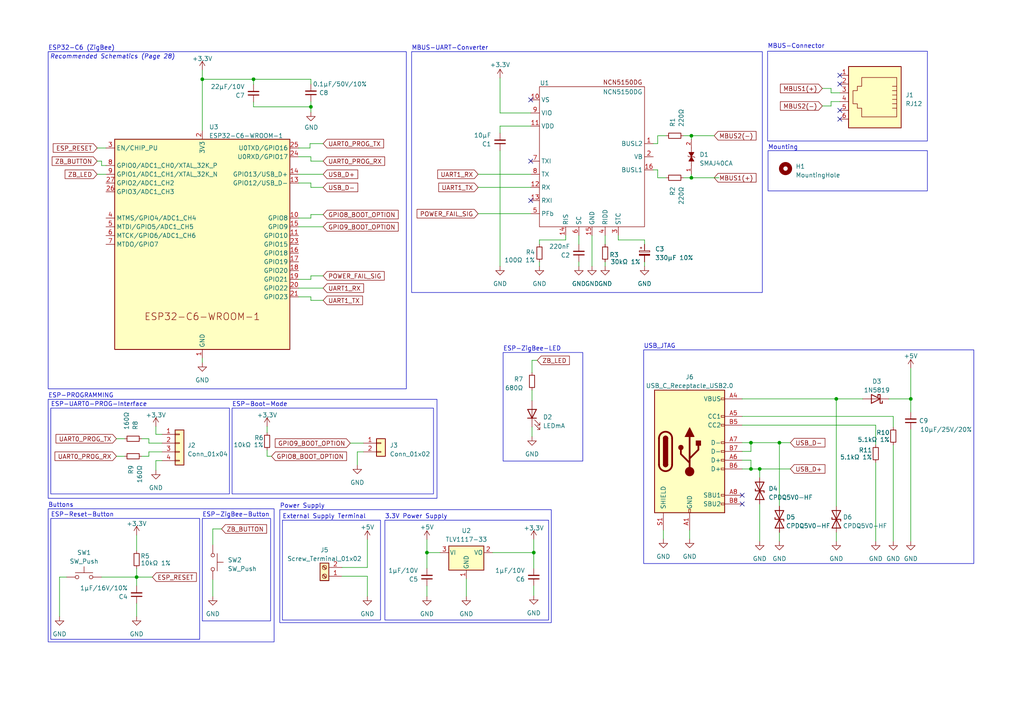
<source format=kicad_sch>
(kicad_sch (version 20230121) (generator eeschema)
  (paper "A4")
  (title_block (title "ZBSmartMeter") (date "2023-05-19") (rev "1"))
  (lib_symbols
    (symbol "Connector:RJ12" (pin_names (offset 1.016))
      (property "Reference" "J" (at -5.08 11.43 0))
      (property "Value" "RJ12" (at 2.54 11.43 0))
      (symbol "RJ12_0_1"
        (polyline (pts (xy -6.35 -1.905) (xy -5.08 -1.905) (xy -5.08 -1.905)))
        (polyline (pts (xy -6.35 -0.635) (xy -5.08 -0.635) (xy -5.08 -0.635)))
        (polyline (pts (xy -6.35 0.635) (xy -5.08 0.635) (xy -5.08 0.635)))
        (polyline (pts (xy -6.35 1.905) (xy -5.08 1.905) (xy -5.08 1.905)))
        (polyline (pts (xy -6.35 3.175) (xy -5.08 3.175) (xy -5.08 3.175)))
        (polyline (pts (xy -5.08 4.445) (xy -6.35 4.445) (xy -6.35 4.445)))
        (polyline (pts (xy -6.35 -4.445) (xy -6.35 6.985) (xy 3.81 6.985) (xy 3.81 4.445) (xy 5.08 4.445) (xy 5.08 3.175) (xy 6.35 3.175) (xy 6.35 -0.635) (xy 5.08 -0.635) (xy 5.08 -1.905) (xy 3.81 -1.905) (xy 3.81 -4.445) (xy -6.35 -4.445) (xy -6.35 -4.445)))
        (rectangle (start 7.62 10.16) (end -7.62 -7.62) (stroke (width 0.254)) (fill (type background)))
      )
      (symbol "RJ12_1_1"
        (pin passive line (at 10.16 -5.08 180) (length 2.54) (name "~") (number "1"))
        (pin passive line (at 10.16 -2.54 180) (length 2.54) (name "~") (number "2"))
        (pin passive line (at 10.16 0 180) (length 2.54) (name "~") (number "3"))
        (pin passive line (at 10.16 2.54 180) (length 2.54) (name "~") (number "4"))
        (pin passive line (at 10.16 5.08 180) (length 2.54) (name "~") (number "5"))
        (pin passive line (at 10.16 7.62 180) (length 2.54) (name "~") (number "6"))
      )
    )
    (symbol "Connector:Screw_Terminal_01x02" (pin_names (offset 1.016) hide)
      (property "Reference" "J" (at 0 2.54 0))
      (property "Value" "Screw_Terminal_01x02" (at 0 -5.08 0))
      (symbol "Screw_Terminal_01x02_1_1"
        (rectangle (start -1.27 1.27) (end 1.27 -3.81) (stroke (width 0.254)) (fill (type background)))
        (circle (center 0 -2.54) (radius 0.635) (stroke (width 0.1524)))
        (polyline (pts (xy -0.5334 -2.2098) (xy 0.3302 -3.048)) (stroke (width 0.1524)))
        (polyline (pts (xy -0.5334 0.3302) (xy 0.3302 -0.508)) (stroke (width 0.1524)))
        (polyline (pts (xy -0.3556 -2.032) (xy 0.508 -2.8702)) (stroke (width 0.1524)))
        (polyline (pts (xy -0.3556 0.508) (xy 0.508 -0.3302)) (stroke (width 0.1524)))
        (circle (center 0 0) (radius 0.635) (stroke (width 0.1524)))
        (pin passive line (at -5.08 0 0) (length 3.81) (name "Pin_1") (number "1"))
        (pin passive line (at -5.08 -2.54 0) (length 3.81) (name "Pin_2") (number "2"))
      )
    )
    (symbol "Connector:USB_C_Receptacle_USB2.0" (pin_names (offset 1.016))
      (property "Reference" "J" (at -10.16 19.05 0))
      (property "Value" "USB_C_Receptacle_USB2.0" (at 19.05 19.05 0))
      (symbol "USB_C_Receptacle_USB2.0_0_0"
        (rectangle (start -0.254 -17.78) (end 0.254 -16.764))
        (rectangle (start 10.16 -14.986) (end 9.144 -15.494))
        (rectangle (start 10.16 -12.446) (end 9.144 -12.954))
        (rectangle (start 10.16 -4.826) (end 9.144 -5.334))
        (rectangle (start 10.16 -2.286) (end 9.144 -2.794))
        (rectangle (start 10.16 0.254) (end 9.144 -0.254))
        (rectangle (start 10.16 2.794) (end 9.144 2.286))
        (rectangle (start 10.16 7.874) (end 9.144 7.366))
        (rectangle (start 10.16 10.414) (end 9.144 9.906))
        (rectangle (start 10.16 15.494) (end 9.144 14.986))
      )
      (symbol "USB_C_Receptacle_USB2.0_0_1"
        (rectangle (start -10.16 17.78) (end 10.16 -17.78) (stroke (width 0.254)) (fill (type background)))
        (arc (start -8.89 -3.81) (mid -6.985 -5.7067) (end -5.08 -3.81) (stroke (width 0.508)))
        (arc (start -7.62 -3.81) (mid -6.985 -4.4423) (end -6.35 -3.81) (stroke (width 0.254)))
        (arc (start -7.62 -3.81) (mid -6.985 -4.4423) (end -6.35 -3.81) (stroke (width 0.254)) (fill (type outline)))
        (rectangle (start -7.62 -3.81) (end -6.35 3.81) (stroke (width 0.254)) (fill (type outline)))
        (arc (start -6.35 3.81) (mid -6.985 4.4423) (end -7.62 3.81) (stroke (width 0.254)))
        (arc (start -6.35 3.81) (mid -6.985 4.4423) (end -7.62 3.81) (stroke (width 0.254)) (fill (type outline)))
        (arc (start -5.08 3.81) (mid -6.985 5.7067) (end -8.89 3.81) (stroke (width 0.508)))
        (circle (center -2.54 1.143) (radius 0.635) (stroke (width 0.254)) (fill (type outline)))
        (circle (center 0 -5.842) (radius 1.27) (fill (type outline)))
        (polyline (pts (xy -8.89 -3.81) (xy -8.89 3.81)) (stroke (width 0.508)))
        (polyline (pts (xy -5.08 3.81) (xy -5.08 -3.81)) (stroke (width 0.508)))
        (polyline (pts (xy 0 -5.842) (xy 0 4.318)) (stroke (width 0.508)))
        (polyline (pts (xy 0 -3.302) (xy -2.54 -0.762) (xy -2.54 0.508)) (stroke (width 0.508)))
        (polyline (pts (xy 0 -2.032) (xy 2.54 0.508) (xy 2.54 1.778)) (stroke (width 0.508)))
        (polyline (pts (xy -1.27 4.318) (xy 0 6.858) (xy 1.27 4.318) (xy -1.27 4.318)) (stroke (width 0.254)) (fill (type outline)))
        (rectangle (start 1.905 1.778) (end 3.175 3.048) (stroke (width 0.254)) (fill (type outline)))
      )
      (symbol "USB_C_Receptacle_USB2.0_1_1"
        (pin passive line (at 0 -22.86 90) (length 5.08) (name "GND") (number "A1"))
        (pin passive line (at 0 -22.86 90) (length 5.08) hide (name "GND") (number "A12"))
        (pin passive line (at 15.24 15.24 180) (length 5.08) (name "VBUS") (number "A4"))
        (pin bidirectional line (at 15.24 10.16 180) (length 5.08) (name "CC1") (number "A5"))
        (pin bidirectional line (at 15.24 -2.54 180) (length 5.08) (name "D+") (number "A6"))
        (pin bidirectional line (at 15.24 2.54 180) (length 5.08) (name "D-") (number "A7"))
        (pin bidirectional line (at 15.24 -12.7 180) (length 5.08) (name "SBU1") (number "A8"))
        (pin passive line (at 15.24 15.24 180) (length 5.08) hide (name "VBUS") (number "A9"))
        (pin passive line (at 0 -22.86 90) (length 5.08) hide (name "GND") (number "B1"))
        (pin passive line (at 0 -22.86 90) (length 5.08) hide (name "GND") (number "B12"))
        (pin passive line (at 15.24 15.24 180) (length 5.08) hide (name "VBUS") (number "B4"))
        (pin bidirectional line (at 15.24 7.62 180) (length 5.08) (name "CC2") (number "B5"))
        (pin bidirectional line (at 15.24 -5.08 180) (length 5.08) (name "D+") (number "B6"))
        (pin bidirectional line (at 15.24 0 180) (length 5.08) (name "D-") (number "B7"))
        (pin bidirectional line (at 15.24 -15.24 180) (length 5.08) (name "SBU2") (number "B8"))
        (pin passive line (at 15.24 15.24 180) (length 5.08) hide (name "VBUS") (number "B9"))
        (pin passive line (at -7.62 -22.86 90) (length 5.08) (name "SHIELD") (number "S1"))
      )
    )
    (symbol "Connector_Generic:Conn_01x02" (pin_names (offset 1.016) hide)
      (property "Reference" "J" (at 0 2.54 0))
      (property "Value" "Conn_01x02" (at 0 -5.08 0))
      (symbol "Conn_01x02_1_1"
        (rectangle (start -1.27 -2.413) (end 0 -2.667) (stroke (width 0.1524)))
        (rectangle (start -1.27 0.127) (end 0 -0.127) (stroke (width 0.1524)))
        (rectangle (start -1.27 1.27) (end 1.27 -3.81) (stroke (width 0.254)) (fill (type background)))
        (pin passive line (at -5.08 0 0) (length 3.81) (name "Pin_1") (number "1"))
        (pin passive line (at -5.08 -2.54 0) (length 3.81) (name "Pin_2") (number "2"))
      )
    )
    (symbol "Connector_Generic:Conn_01x04" (pin_names (offset 1.016) hide)
      (property "Reference" "J" (at 0 5.08 0))
      (property "Value" "Conn_01x04" (at 0 -7.62 0))
      (symbol "Conn_01x04_1_1"
        (rectangle (start -1.27 -4.953) (end 0 -5.207) (stroke (width 0.1524)))
        (rectangle (start -1.27 -2.413) (end 0 -2.667) (stroke (width 0.1524)))
        (rectangle (start -1.27 0.127) (end 0 -0.127) (stroke (width 0.1524)))
        (rectangle (start -1.27 2.667) (end 0 2.413) (stroke (width 0.1524)))
        (rectangle (start -1.27 3.81) (end 1.27 -6.35) (stroke (width 0.254)) (fill (type background)))
        (pin passive line (at -5.08 2.54 0) (length 3.81) (name "Pin_1") (number "1"))
        (pin passive line (at -5.08 0 0) (length 3.81) (name "Pin_2") (number "2"))
        (pin passive line (at -5.08 -2.54 0) (length 3.81) (name "Pin_3") (number "3"))
        (pin passive line (at -5.08 -5.08 0) (length 3.81) (name "Pin_4") (number "4"))
      )
    )
    (symbol "Device:C_Polarized_Small" (pin_numbers hide) (pin_names (offset 0.254) hide)
      (property "Reference" "C" (at 0.254 1.778 0))
      (property "Value" "C_Polarized_Small" (at 0.254 -2.032 0))
      (symbol "C_Polarized_Small_0_1"
        (rectangle (start -1.524 -0.3048) (end 1.524 -0.6858) (fill (type outline)))
        (rectangle (start -1.524 0.6858) (end 1.524 0.3048))
        (polyline (pts (xy -1.27 1.524) (xy -0.762 1.524)))
        (polyline (pts (xy -1.016 1.27) (xy -1.016 1.778)))
      )
      (symbol "C_Polarized_Small_1_1"
        (pin passive line (at 0 2.54 270) (length 1.8542) (name "~") (number "1"))
        (pin passive line (at 0 -2.54 90) (length 1.8542) (name "~") (number "2"))
      )
    )
    (symbol "Device:C_Small" (pin_numbers hide) (pin_names (offset 0.254) hide)
      (property "Reference" "C" (at 0.254 1.778 0))
      (property "Value" "C_Small" (at 0.254 -2.032 0))
      (symbol "C_Small_0_1"
        (polyline (pts (xy -1.524 -0.508) (xy 1.524 -0.508)) (stroke (width 0.3302)))
        (polyline (pts (xy -1.524 0.508) (xy 1.524 0.508)) (stroke (width 0.3048)))
      )
      (symbol "C_Small_1_1"
        (pin passive line (at 0 2.54 270) (length 2.032) (name "~") (number "1"))
        (pin passive line (at 0 -2.54 90) (length 2.032) (name "~") (number "2"))
      )
    )
    (symbol "Device:LED" (pin_numbers hide) (pin_names (offset 1.016) hide)
      (property "Reference" "D" (at 0 2.54 0))
      (property "Value" "LED" (at 0 -2.54 0))
      (symbol "LED_0_1"
        (polyline (pts (xy -1.27 -1.27) (xy -1.27 1.27)) (stroke (width 0.254)))
        (polyline (pts (xy -1.27 0) (xy 1.27 0)))
        (polyline (pts (xy 1.27 -1.27) (xy 1.27 1.27) (xy -1.27 0) (xy 1.27 -1.27)) (stroke (width 0.254)))
        (polyline (pts (xy -3.048 -0.762) (xy -4.572 -2.286) (xy -3.81 -2.286) (xy -4.572 -2.286) (xy -4.572 -1.524)))
        (polyline (pts (xy -1.778 -0.762) (xy -3.302 -2.286) (xy -2.54 -2.286) (xy -3.302 -2.286) (xy -3.302 -1.524)))
      )
      (symbol "LED_1_1"
        (pin passive line (at -3.81 0 0) (length 2.54) (name "K") (number "1"))
        (pin passive line (at 3.81 0 180) (length 2.54) (name "A") (number "2"))
      )
    )
    (symbol "Device:R_Small" (pin_numbers hide) (pin_names (offset 0.254) hide)
      (property "Reference" "R" (at 0.762 0.508 0))
      (property "Value" "R_Small" (at 0.762 -1.016 0))
      (symbol "R_Small_0_1"
        (rectangle (start -0.762 1.778) (end 0.762 -1.778) (stroke (width 0.2032)))
      )
      (symbol "R_Small_1_1"
        (pin passive line (at 0 2.54 270) (length 0.762) (name "~") (number "1"))
        (pin passive line (at 0 -2.54 90) (length 0.762) (name "~") (number "2"))
      )
    )
    (symbol "Diode:1.5KExxCA" (pin_numbers hide) (pin_names (offset 1.016) hide)
      (property "Reference" "D" (at 0 2.54 0))
      (property "Value" "1.5KExxCA" (at 0 -2.54 0))
      (symbol "1.5KExxCA_0_1"
        (polyline (pts (xy 1.27 0) (xy -1.27 0)))
        (polyline (pts (xy -2.54 -1.27) (xy 0 0) (xy -2.54 1.27) (xy -2.54 -1.27)) (stroke (width 0.254)))
        (polyline (pts (xy 0.508 1.27) (xy 0 1.27) (xy 0 -1.27) (xy -0.508 -1.27)) (stroke (width 0.254)))
        (polyline (pts (xy 2.54 1.27) (xy 2.54 -1.27) (xy 0 0) (xy 2.54 1.27)) (stroke (width 0.254)))
      )
      (symbol "1.5KExxCA_1_1"
        (pin passive line (at -3.81 0 0) (length 2.54) (name "A1") (number "1"))
        (pin passive line (at 3.81 0 180) (length 2.54) (name "A2") (number "2"))
      )
    )
    (symbol "Diode:1N5819" (pin_numbers hide) (pin_names (offset 1.016) hide)
      (property "Reference" "D" (at 0 2.54 0))
      (property "Value" "1N5819" (at 0 -2.54 0))
      (symbol "1N5819_0_1"
        (polyline (pts (xy 1.27 0) (xy -1.27 0)))
        (polyline (pts (xy 1.27 1.27) (xy 1.27 -1.27) (xy -1.27 0) (xy 1.27 1.27)) (stroke (width 0.254)))
        (polyline (pts (xy -1.905 0.635) (xy -1.905 1.27) (xy -1.27 1.27) (xy -1.27 -1.27) (xy -0.635 -1.27) (xy -0.635 -0.635)) (stroke (width 0.254)))
      )
      (symbol "1N5819_1_1"
        (pin passive line (at -3.81 0 0) (length 2.54) (name "K") (number "1"))
        (pin passive line (at 3.81 0 180) (length 2.54) (name "A") (number "2"))
      )
    )
    (symbol "Espressif:ESP32-C6-WROOM-1"
      (property "Reference" "U" (at -25.4 35.56 0))
      (property "Value" "ESP32-C6-WROOM-1" (at -25.4 33.02 0))
      (symbol "ESP32-C6-WROOM-1_0_0"
        (text "ESP32-C6-WROOM-1" (at 0 -20.955 0) (effects (font (size 2 2))))
      )
      (symbol "ESP32-C6-WROOM-1_0_1"
        (rectangle (start -25.4 30.48) (end 25.4 -30.48) (stroke (width 0.254)) (fill (type background)))
      )
      (symbol "ESP32-C6-WROOM-1_1_1"
        (pin power_in line (at 0 -33.02 90) (length 2.54) (name "GND") (number "1"))
        (pin bidirectional line (at 27.94 7.62 180) (length 2.54) (name "GPIO8") (number "10"))
        (pin bidirectional line (at 27.94 2.54 180) (length 2.54) (name "GPIO10") (number "11"))
        (pin bidirectional line (at 0 -33.02 90) (length 2.54) hide (name "GPIO11") (number "12"))
        (pin bidirectional line (at 27.94 17.78 180) (length 2.54) (name "GPIO12/USB_D-") (number "13"))
        (pin bidirectional line (at 27.94 20.32 180) (length 2.54) (name "GPIO13/USB_D+") (number "14"))
        (pin bidirectional line (at 27.94 5.08 180) (length 2.54) (name "GPIO9") (number "15"))
        (pin bidirectional line (at 27.94 -2.54 180) (length 2.54) (name "GPIO18") (number "16"))
        (pin bidirectional line (at 27.94 -5.08 180) (length 2.54) (name "GPIO19") (number "17"))
        (pin bidirectional line (at 27.94 -7.62 180) (length 2.54) (name "GPIO20") (number "18"))
        (pin bidirectional line (at 27.94 -10.16 180) (length 2.54) (name "GPIO21") (number "19"))
        (pin power_in line (at 0 33.02 270) (length 2.54) (name "3V3") (number "2"))
        (pin bidirectional line (at 27.94 -12.7 180) (length 2.54) (name "GPIO22") (number "20"))
        (pin bidirectional line (at 27.94 -15.24 180) (length 2.54) (name "GPIO23") (number "21"))
        (pin no_connect line (at -25.4 -12.7 0) (length 2.54) hide (name "NC") (number "22"))
        (pin bidirectional line (at 27.94 0 180) (length 2.54) (name "GPIO15") (number "23"))
        (pin bidirectional line (at 27.94 25.4 180) (length 2.54) (name "U0RXD/GPIO17") (number "24"))
        (pin bidirectional line (at 27.94 27.94 180) (length 2.54) (name "U0TXD/GPIO16") (number "25"))
        (pin bidirectional line (at -27.94 15.24 0) (length 2.54) (name "GPIO3/ADC1_CH3") (number "26"))
        (pin bidirectional line (at -27.94 17.78 0) (length 2.54) (name "GPIO2/ADC1_CH2") (number "27"))
        (pin passive line (at 0 -33.02 90) (length 2.54) hide (name "GND") (number "28"))
        (pin passive line (at 0 -33.02 90) (length 2.54) hide (name "GND") (number "29"))
        (pin input line (at -27.94 27.94 0) (length 2.54) (name "EN/CHIP_PU") (number "3"))
        (pin bidirectional line (at -27.94 7.62 0) (length 2.54) (name "MTMS/GPIO4/ADC1_CH4") (number "4"))
        (pin bidirectional line (at -27.94 5.08 0) (length 2.54) (name "MTDI/GPIO5/ADC1_CH5") (number "5"))
        (pin bidirectional line (at -27.94 2.54 0) (length 2.54) (name "MTCK/GPIO6/ADC1_CH6") (number "6"))
        (pin bidirectional line (at -27.94 0 0) (length 2.54) (name "MTDO/GPIO7") (number "7"))
        (pin bidirectional line (at -27.94 22.86 0) (length 2.54) (name "GPIO0/ADC1_CH0/XTAL_32K_P") (number "8"))
        (pin bidirectional line (at -27.94 20.32 0) (length 2.54) (name "GPIO1/ADC1_CH1/XTAL_32K_N") (number "9"))
      )
    )
    (symbol "Mechanical:MountingHole" (pin_names (offset 1.016))
      (property "Reference" "H" (at 0 5.08 0))
      (property "Value" "MountingHole" (at 0 3.175 0))
      (symbol "MountingHole_0_1"
        (circle (center 0 0) (radius 1.27) (stroke (width 1.27)))
      )
    )
    (symbol "NCN5150DG:NCN5150DG"
      (property "Reference" "U" (at -13.97 21.59 0))
      (property "Footprint" "Package_SO:SOIC-16_3.9x9.9mm_P1.27mm" (at -12.7 13.97 0))
      (symbol "NCN5150DG_0_1"
        (rectangle (start -15.24 20.32) (end 15.24 -20.32))
      )
      (symbol "NCN5150DG_1_1"
        (text "NCN5150DG" (at 8.89 21.59 0) (effects (font (size 1.27 1.27))))
        (pin bidirectional line (at 17.78 3.81 180) (length 2.54) (name "BUSL2") (number "1"))
        (pin output line (at -17.78 16.51 0) (length 2.54) (name "VS") (number "10"))
        (pin power_in line (at -17.78 8.89 0) (length 2.54) (name "VDD") (number "11"))
        (pin input line (at -17.78 -8.89 0) (length 2.54) (name "RX") (number "12"))
        (pin input line (at -17.78 -12.7 0) (length 2.54) (name "RXI") (number "13"))
        (pin input line (at -7.62 -22.86 90) (length 2.54) (name "RIS") (number "14"))
        (pin power_in line (at 0 -22.86 90) (length 2.54) (name "GND") (number "15"))
        (pin bidirectional line (at 17.78 -3.81 180) (length 2.54) (name "BUSL1") (number "16"))
        (pin power_in line (at 17.78 0 180) (length 2.54) (name "VB") (number "2"))
        (pin output line (at 7.62 -22.86 90) (length 2.54) (name "STC") (number "3"))
        (pin input line (at 3.81 -22.86 90) (length 2.54) (name "RIDD") (number "4"))
        (pin output line (at -17.78 -16.51 0) (length 2.54) (name "PFb") (number "5"))
        (pin output line (at -3.81 -22.86 90) (length 2.54) (name "SC") (number "6"))
        (pin output line (at -17.78 -1.27 0) (length 2.54) (name "TXI") (number "7"))
        (pin output line (at -17.78 -5.08 0) (length 2.54) (name "TX") (number "8"))
        (pin input line (at -17.78 12.7 0) (length 2.54) (name "VIO") (number "9"))
      )
    )
    (symbol "Regulator_Linear:TLV1117-33" (pin_names (offset 0.254))
      (property "Reference" "U" (at -3.81 3.175 0))
      (property "Value" "TLV1117-33" (at 0 3.175 0))
      (symbol "TLV1117-33_0_1"
        (rectangle (start -5.08 -5.08) (end 5.08 1.905) (stroke (width 0.254)) (fill (type background)))
      )
      (symbol "TLV1117-33_1_1"
        (pin power_in line (at 0 -7.62 90) (length 2.54) (name "GND") (number "1"))
        (pin power_out line (at 7.62 0 180) (length 2.54) (name "VO") (number "2"))
        (pin power_in line (at -7.62 0 0) (length 2.54) (name "VI") (number "3"))
      )
    )
    (symbol "SMAJ40CA:SMAJ40CA" (pin_names (offset 1.016))
      (property "Reference" "D" (at -5.08 2.54 0))
      (property "Value" "SMAJ40CA" (at -5.08 -5.08 0))
      (symbol "SMAJ40CA_0_0"
        (polyline (pts (xy -1.27 0) (xy -2.54 0)) (stroke (width 0.1524)))
        (polyline (pts (xy 0 -0.762) (xy -0.254 -1.016)) (stroke (width 0.1524)))
        (polyline (pts (xy 0 -0.762) (xy 0 0.762)) (stroke (width 0.1524)))
        (polyline (pts (xy 0 0.762) (xy 0.254 1.016)) (stroke (width 0.1524)))
        (polyline (pts (xy 1.27 0) (xy 2.54 0)) (stroke (width 0.1524)))
        (polyline (pts (xy 0 0) (xy -1.27 -0.762) (xy -1.27 0.762) (xy 0 0)) (stroke (width 0.1524)) (fill (type outline)))
        (polyline (pts (xy 0 0) (xy 1.27 0.762) (xy 1.27 -0.762) (xy 0 0)) (stroke (width 0.1524)) (fill (type outline)))
        (pin passive line (at -5.08 0 0) (length 2.54) (name "~") (number "1"))
        (pin passive line (at 5.08 0 180) (length 2.54) (name "~") (number "2"))
      )
    )
    (symbol "Switch:SW_Push" (pin_numbers hide) (pin_names (offset 1.016) hide)
      (property "Reference" "SW" (at 1.27 2.54 0))
      (property "Value" "SW_Push" (at 0 -1.524 0))
      (symbol "SW_Push_0_1"
        (circle (center -2.032 0) (radius 0.508))
        (polyline (pts (xy 0 1.27) (xy 0 3.048)))
        (polyline (pts (xy 2.54 1.27) (xy -2.54 1.27)))
        (circle (center 2.032 0) (radius 0.508))
        (pin passive line (at -5.08 0 0) (length 2.54) (name "1") (number "1"))
        (pin passive line (at 5.08 0 180) (length 2.54) (name "2") (number "2"))
      )
    )
    (symbol "power:+3.3V" (power) (pin_names (offset 0))
      (property "Value" "+3.3V" (at 0 3.556 0))
      (symbol "+3.3V_0_1"
        (polyline (pts (xy -0.762 1.27) (xy 0 2.54)))
        (polyline (pts (xy 0 0) (xy 0 2.54)))
        (polyline (pts (xy 0 2.54) (xy 0.762 1.27)))
      )
      (symbol "+3.3V_1_1"
        (pin power_in line (at 0 0 90) (length 0) hide (name "+3.3V") (number "1"))
      )
    )
    (symbol "power:+5V" (power) (pin_names (offset 0))
      (property "Value" "+5V" (at 0 3.556 0))
      (symbol "+5V_0_1"
        (polyline (pts (xy -0.762 1.27) (xy 0 2.54)))
        (polyline (pts (xy 0 0) (xy 0 2.54)))
        (polyline (pts (xy 0 2.54) (xy 0.762 1.27)))
      )
      (symbol "+5V_1_1"
        (pin power_in line (at 0 0 90) (length 0) hide (name "+5V") (number "1"))
      )
    )
    (symbol "power:GND" (power) (pin_names (offset 0))
      (property "Value" "GND" (at 0 -3.81 0))
      (symbol "GND_0_1"
        (polyline (pts (xy 0 0) (xy 0 -1.27) (xy 1.27 -1.27) (xy 0 -2.54) (xy -1.27 -1.27) (xy 0 -1.27)))
      )
      (symbol "GND_1_1"
        (pin power_in line (at 0 0 270) (length 0) hide (name "GND") (number "1"))
      )
    )
  )
  (junction (at 226.06 128.397))
  (junction (at 154.813 160.274))
  (junction (at 39.624 167.386))
  (junction (at 217.805 128.397))
  (junction (at 264.16 115.697))
  (junction (at 217.805 136.017))
  (junction (at 200.533 39.37))
  (junction (at 220.345 136.017))
  (junction (at 242.5561 115.6919))
  (junction (at 123.825 160.274))
  (junction (at 73.533 22.987))
  (junction (at 58.674 22.987))
  (junction (at 200.533 51.562))
  (junction (at 90.17 30.988))
  (no_connect (at 215.265 146.177))
  (no_connect (at 153.924 28.956))
  (no_connect (at 153.924 58.166))
  (no_connect (at 215.265 143.637))
  (no_connect (at 243.586 21.844))
  (no_connect (at 243.586 32.004))
  (no_connect (at 243.586 24.384))
  (no_connect (at 243.586 34.544))
  (no_connect (at 153.924 46.736))
  (wire (pts (xy 167.894 68.326) (xy 167.894 70.866)))
  (wire (pts (xy 61.722 153.416) (xy 64.262 153.416)))
  (wire (pts (xy 154.813 156.464) (xy 154.813 160.274)))
  (wire (pts (xy 250.19 115.6919) (xy 250.19 115.697)))
  (wire (pts (xy 145.034 43.688) (xy 145.034 77.216)))
  (wire (pts (xy 200.533 39.37) (xy 200.533 40.386)))
  (wire (pts (xy 17.272 178.816) (xy 17.272 167.386)))
  (wire (pts (xy 28.194 50.546) (xy 30.734 50.546)))
  (wire (pts (xy 123.825 160.274) (xy 127.635 160.274)))
  (wire (pts (xy 175.514 75.946) (xy 175.514 77.216)))
  (wire (pts (xy 46.99 133.604) (xy 45.212 133.604)))
  (wire (pts (xy 39.624 175.006) (xy 39.624 178.816)))
  (wire (pts (xy 154.813 160.274) (xy 142.875 160.274)))
  (wire (pts (xy 43.18 128.524) (xy 43.18 127.254)))
  (wire (pts (xy 106.553 164.592) (xy 106.553 156.464)))
  (wire (pts (xy 190.754 51.562) (xy 193.167 51.562)))
  (wire (pts (xy 200.025 153.797) (xy 200.025 156.337)))
  (wire (pts (xy 105.41 131.064) (xy 103.632 131.064)))
  (wire (pts (xy 39.624 164.846) (xy 39.624 167.386)))
  (wire (pts (xy 39.624 167.386) (xy 39.624 169.926)))
  (wire (pts (xy 73.533 22.987) (xy 90.17 22.987)))
  (wire (pts (xy 90.17 53.086) (xy 90.17 54.356)))
  (wire (pts (xy 46.99 131.064) (xy 43.18 131.064)))
  (wire (pts (xy 90.17 63.246) (xy 90.17 62.23)))
  (wire (pts (xy 46.99 128.524) (xy 43.18 128.524)))
  (wire (pts (xy 86.614 42.926) (xy 89.916 42.926)))
  (wire (pts (xy 200.533 51.562) (xy 208.534 51.562)))
  (wire (pts (xy 179.324 69.596) (xy 186.944 69.596)))
  (wire (pts (xy 217.805 128.397) (xy 226.06 128.397)))
  (wire (pts (xy 154.305 113.157) (xy 154.305 116.205)))
  (wire (pts (xy 241.046 29.464) (xy 241.046 30.734)))
  (wire (pts (xy 46.99 125.984) (xy 45.212 125.984)))
  (wire (pts (xy 167.894 75.946) (xy 167.894 77.216)))
  (wire (pts (xy 241.046 29.464) (xy 243.586 29.464)))
  (wire (pts (xy 242.5561 115.6919) (xy 250.19 115.6919)))
  (wire (pts (xy 77.47 130.556) (xy 77.47 132.334)))
  (wire (pts (xy 61.722 157.988) (xy 61.722 153.416)))
  (wire (pts (xy 86.614 65.786) (xy 93.726 65.786)))
  (wire (pts (xy 77.47 132.334) (xy 78.74 132.334)))
  (wire (pts (xy 86.614 63.246) (xy 90.17 63.246)))
  (wire (pts (xy 190.754 41.656) (xy 190.754 39.37)))
  (wire (pts (xy 58.674 22.987) (xy 58.674 37.846)))
  (wire (pts (xy 254 123.317) (xy 254 129.032)))
  (wire (pts (xy 215.265 136.017) (xy 217.805 136.017)))
  (wire (pts (xy 242.57 154.432) (xy 242.57 156.972)))
  (wire (pts (xy 43.18 127.254) (xy 41.148 127.254)))
  (wire (pts (xy 101.6 128.524) (xy 105.41 128.524)))
  (wire (pts (xy 145.034 22.606) (xy 145.034 32.766)))
  (wire (pts (xy 145.034 36.576) (xy 145.034 38.608)))
  (wire (pts (xy 138.684 54.356) (xy 153.924 54.356)))
  (wire (pts (xy 93.726 80.01) (xy 90.17 80.01)))
  (wire (pts (xy 220.345 136.017) (xy 220.345 138.557)))
  (wire (pts (xy 39.624 167.386) (xy 44.196 167.386)))
  (wire (pts (xy 154.813 169.926) (xy 154.813 172.72)))
  (wire (pts (xy 215.265 120.777) (xy 259.08 120.777)))
  (wire (pts (xy 189.484 41.656) (xy 190.754 41.656)))
  (wire (pts (xy 90.17 87.122) (xy 93.726 87.122)))
  (wire (pts (xy 264.16 124.587) (xy 264.16 156.972)))
  (wire (pts (xy 106.553 167.132) (xy 106.553 172.974)))
  (wire (pts (xy 189.484 49.276) (xy 190.754 49.276)))
  (wire (pts (xy 86.614 81.026) (xy 90.17 81.026)))
  (wire (pts (xy 28.194 42.926) (xy 30.734 42.926)))
  (wire (pts (xy 73.533 30.988) (xy 73.533 29.591)))
  (wire (pts (xy 190.754 49.276) (xy 190.754 51.562)))
  (wire (pts (xy 226.06 154.432) (xy 226.06 156.972)))
  (wire (pts (xy 198.247 39.37) (xy 200.533 39.37)))
  (wire (pts (xy 86.614 83.566) (xy 93.726 83.566)))
  (wire (pts (xy 217.805 136.017) (xy 217.805 133.477)))
  (wire (pts (xy 36.068 132.334) (xy 33.782 132.334)))
  (wire (pts (xy 241.046 26.924) (xy 241.046 25.654)))
  (wire (pts (xy 138.684 61.976) (xy 153.924 61.976)))
  (wire (pts (xy 215.265 115.6919) (xy 242.5561 115.6919)))
  (wire (pts (xy 200.533 39.37) (xy 207.137 39.37)))
  (wire (pts (xy 39.624 155.194) (xy 39.624 159.766)))
  (wire (pts (xy 186.944 69.596) (xy 186.944 70.866)))
  (wire (pts (xy 259.08 129.032) (xy 259.08 156.972)))
  (wire (pts (xy 99.187 167.132) (xy 106.553 167.132)))
  (wire (pts (xy 226.06 128.397) (xy 226.06 146.812)))
  (wire (pts (xy 86.614 45.466) (xy 90.17 45.466)))
  (wire (pts (xy 242.5561 115.6919) (xy 242.5561 146.812)))
  (wire (pts (xy 226.06 128.397) (xy 229.235 128.397)))
  (wire (pts (xy 99.187 164.592) (xy 106.553 164.592)))
  (wire (pts (xy 138.684 50.546) (xy 153.924 50.546)))
  (wire (pts (xy 73.533 30.988) (xy 90.17 30.988)))
  (wire (pts (xy 77.47 123.698) (xy 77.47 125.476)))
  (wire (pts (xy 90.17 30.988) (xy 90.17 29.464)))
  (wire (pts (xy 145.034 36.576) (xy 153.924 36.576)))
  (wire (pts (xy 200.533 50.546) (xy 200.533 51.562)))
  (wire (pts (xy 259.08 123.952) (xy 259.08 120.777)))
  (wire (pts (xy 123.825 164.846) (xy 123.825 160.274)))
  (wire (pts (xy 90.17 46.736) (xy 93.726 46.736)))
  (wire (pts (xy 154.813 164.846) (xy 154.813 160.274)))
  (wire (pts (xy 215.265 128.397) (xy 217.805 128.397)))
  (wire (pts (xy 164.084 68.326) (xy 164.084 69.596)))
  (wire (pts (xy 215.265 123.317) (xy 254 123.317)))
  (wire (pts (xy 154.305 108.077) (xy 154.305 104.521)))
  (wire (pts (xy 45.212 125.984) (xy 45.212 123.698)))
  (wire (pts (xy 73.533 22.987) (xy 73.533 24.511)))
  (wire (pts (xy 154.305 104.521) (xy 155.829 104.521)))
  (wire (pts (xy 90.17 62.23) (xy 93.726 62.23)))
  (wire (pts (xy 154.305 123.825) (xy 154.305 126.619)))
  (wire (pts (xy 215.265 130.937) (xy 217.805 130.937)))
  (wire (pts (xy 220.345 136.017) (xy 217.805 136.017)))
  (wire (pts (xy 171.704 68.326) (xy 171.704 77.216)))
  (wire (pts (xy 58.674 20.32) (xy 58.674 22.987)))
  (wire (pts (xy 61.722 168.148) (xy 61.722 172.974)))
  (wire (pts (xy 90.17 30.988) (xy 90.17 32.512)))
  (wire (pts (xy 29.464 46.736) (xy 29.464 48.006)))
  (wire (pts (xy 29.464 167.386) (xy 39.624 167.386)))
  (wire (pts (xy 217.805 130.937) (xy 217.805 128.397)))
  (wire (pts (xy 43.18 131.064) (xy 43.18 132.334)))
  (wire (pts (xy 86.614 53.086) (xy 90.17 53.086)))
  (wire (pts (xy 264.16 106.807) (xy 264.16 115.697)))
  (wire (pts (xy 257.81 115.697) (xy 264.16 115.697)))
  (wire (pts (xy 186.944 75.946) (xy 186.944 77.216)))
  (wire (pts (xy 175.514 68.326) (xy 175.514 70.866)))
  (wire (pts (xy 86.614 86.106) (xy 90.17 86.106)))
  (wire (pts (xy 90.17 45.466) (xy 90.17 46.736)))
  (wire (pts (xy 90.17 80.01) (xy 90.17 81.026)))
  (wire (pts (xy 156.464 75.946) (xy 156.464 77.216)))
  (wire (pts (xy 28.194 46.736) (xy 29.464 46.736)))
  (wire (pts (xy 89.916 41.656) (xy 89.916 42.926)))
  (wire (pts (xy 135.255 167.894) (xy 135.255 172.974)))
  (wire (pts (xy 45.212 133.604) (xy 45.212 136.398)))
  (wire (pts (xy 215.265 133.477) (xy 217.805 133.477)))
  (wire (pts (xy 238.506 25.654) (xy 241.046 25.654)))
  (wire (pts (xy 220.345 136.017) (xy 229.235 136.017)))
  (wire (pts (xy 86.614 50.546) (xy 93.726 50.546)))
  (wire (pts (xy 254 134.112) (xy 254 156.972)))
  (wire (pts (xy 123.825 169.926) (xy 123.825 172.974)))
  (wire (pts (xy 190.754 39.37) (xy 193.167 39.37)))
  (wire (pts (xy 89.916 41.656) (xy 93.726 41.656)))
  (wire (pts (xy 198.247 51.562) (xy 200.533 51.562)))
  (wire (pts (xy 220.345 146.177) (xy 220.345 156.972)))
  (wire (pts (xy 58.674 103.886) (xy 58.674 105.156)))
  (wire (pts (xy 90.17 22.987) (xy 90.17 24.384)))
  (wire (pts (xy 242.5561 146.812) (xy 242.57 146.812)))
  (wire (pts (xy 145.034 32.766) (xy 153.924 32.766)))
  (wire (pts (xy 17.272 167.386) (xy 19.304 167.386)))
  (wire (pts (xy 192.405 153.797) (xy 192.405 156.337)))
  (wire (pts (xy 243.586 26.924) (xy 241.046 26.924)))
  (wire (pts (xy 103.632 131.064) (xy 103.632 134.874)))
  (wire (pts (xy 36.068 127.254) (xy 33.782 127.254)))
  (wire (pts (xy 238.506 30.734) (xy 241.046 30.734)))
  (wire (pts (xy 43.18 132.334) (xy 41.148 132.334)))
  (wire (pts (xy 90.17 86.106) (xy 90.17 87.122)))
  (wire (pts (xy 90.17 54.356) (xy 93.726 54.356)))
  (wire (pts (xy 58.674 22.987) (xy 73.533 22.987)))
  (wire (pts (xy 215.265 115.6919) (xy 215.265 115.697)))
  (wire (pts (xy 29.464 48.006) (xy 30.734 48.006)))
  (wire (pts (xy 123.825 156.464) (xy 123.825 160.274)))
  (wire (pts (xy 179.324 68.326) (xy 179.324 69.596)))
  (wire (pts (xy 264.16 115.697) (xy 264.16 119.507)))
  (wire (pts (xy 164.084 69.596) (xy 156.464 69.596)))
  (wire (pts (xy 156.464 69.596) (xy 156.464 70.866)))
  (rectangle (start 222.631 14.859) (end 268.986 40.894))
  (rectangle (start 13.97 115.824) (end 126.746 144.526))
  (rectangle (start 119.38 14.986) (end 221.107 84.836))
  (rectangle (start 145.923 102.235) (end 169.037 133.731))
  (rectangle (start 58.674 150.368) (end 78.486 180.086))
  (rectangle (start 186.69 101.473) (end 282.448 163.449))
  (rectangle (start 67.31 118.364) (end 125.73 143.256))
  (rectangle (start 81.915 150.876) (end 110.363 179.832))
  (rectangle (start 13.97 14.986) (end 117.856 112.776))
  (rectangle (start 14.732 150.368) (end 57.912 185.42))
  (rectangle (start 14.732 118.364) (end 66.548 143.256))
  (rectangle (start 111.633 150.876) (end 159.131 179.832))
  (rectangle (start 222.758 43.688) (end 268.986 55.372))
  (rectangle (start 81.153 147.828) (end 159.893 180.594))
  (rectangle (start 13.97 147.574) (end 79.502 186.182))
  (text "Mounting" (at 222.758 43.561 0) (effects (font (size 1.27 1.27)) (justify left bottom)))
  (text "ESP-ZigBee-Button\n" (at 58.674 150.114 0) (effects (font (size 1.27 1.27)) (justify left bottom)))
  (text "MBUS-Connector\n" (at 222.631 14.224 0) (effects (font (size 1.27 1.27)) (justify left bottom)))
  (text "3.3V Power Supply\n" (at 111.633 150.622 0) (effects (font (size 1.27 1.27)) (justify left bottom)))
  (text "ESP-UART0-PROG-Interface\n\n" (at 14.732 120.142 0) (effects (font (size 1.27 1.27)) (justify left bottom)))
  (text "External Supply Terminal\n" (at 81.915 150.622 0) (effects (font (size 1.27 1.27)) (justify left bottom)))
  (text "ESP-PROGRAMMING\n" (at 13.97 115.57 0) (effects (font (size 1.27 1.27)) (justify left bottom)))
  (text "USB_JTAG\n" (at 186.69 101.219 0) (effects (font (size 1.27 1.27)) (justify left bottom)))
  (text "ESP-ZigBee-LED" (at 145.923 101.981 0) (effects (font (size 1.27 1.27)) (justify left bottom)))
  (text "Buttons\n" (at 13.97 147.32 0) (effects (font (size 1.27 1.27)) (justify left bottom)))
  (text "ESP-Reset-Button\n" (at 14.732 150.114 0) (effects (font (size 1.27 1.27)) (justify left bottom)))
  (text "ESP-Boot-Mode\n" (at 67.31 118.11 0) (effects (font (size 1.27 1.27)) (justify left bottom)))
  (text "MBUS-UART-Converter" (at 119.38 14.732 0) (effects (font (size 1.27 1.27)) (justify left bottom)))
  (text "ESP32-C6 (ZigBee)\n" (at 13.97 14.732 0) (effects (font (size 1.27 1.27)) (justify left bottom)))
  (text "Recommended Schematics (Page 28)" (at 14.478 17.272 0) (effects (font (size 1.27 1.27) italic) (justify left bottom)))
  (text "Power Supply" (at 81.153 147.574 0) (effects (font (size 1.27 1.27)) (justify left bottom)))
  (global_label "ZB_LED" (shape input) (at 28.194 50.546 180) (property "Intersheetrefs" "${INTERSHEET_REFS}" (effects hide)))
  (global_label "UART0_PROG_TX" (shape input) (at 93.726 41.656 0) (property "Intersheetrefs" "${INTERSHEET_REFS}" (effects hide)))
  (global_label "GPIO9_BOOT_OPTION" (shape input) (at 101.6 128.524 180) (property "Intersheetrefs" "${INTERSHEET_REFS}" (effects hide)))
  (global_label "GPIO8_BOOT_OPTION" (shape input) (at 93.726 62.23 0) (property "Intersheetrefs" "${INTERSHEET_REFS}" (effects hide)))
  (global_label "ZB_LED" (shape input) (at 155.829 104.521 0) (property "Intersheetrefs" "${INTERSHEET_REFS}" (effects hide)))
  (global_label "ESP_RESET" (shape input) (at 44.196 167.386 0) (property "Intersheetrefs" "${INTERSHEET_REFS}" (effects hide)))
  (global_label "POWER_FAIL_SIG" (shape input) (at 138.684 61.976 180) (property "Intersheetrefs" "${INTERSHEET_REFS}" (effects hide)))
  (global_label "GPIO8_BOOT_OPTION" (shape input) (at 78.74 132.334 0) (property "Intersheetrefs" "${INTERSHEET_REFS}" (effects hide)))
  (global_label "UART1_RX" (shape input) (at 138.684 50.546 180) (property "Intersheetrefs" "${INTERSHEET_REFS}" (effects hide)))
  (global_label "USB_D-" (shape input) (at 229.235 128.397 0) (property "Intersheetrefs" "${INTERSHEET_REFS}" (effects hide)))
  (global_label "ZB_BUTTON" (shape input) (at 64.262 153.416 0) (property "Intersheetrefs" "${INTERSHEET_REFS}" (effects hide)))
  (global_label "GPIO9_BOOT_OPTION" (shape input) (at 93.726 65.786 0) (property "Intersheetrefs" "${INTERSHEET_REFS}" (effects hide)))
  (global_label "ESP_RESET" (shape input) (at 28.194 42.926 180) (property "Intersheetrefs" "${INTERSHEET_REFS}" (effects hide)))
  (global_label "UART0_PROG_TX" (shape input) (at 33.782 127.254 180) (property "Intersheetrefs" "${INTERSHEET_REFS}" (effects hide)))
  (global_label "UART0_PROG_RX" (shape input) (at 33.782 132.334 180) (property "Intersheetrefs" "${INTERSHEET_REFS}" (effects hide)))
  (global_label "MBUS1(+)" (shape input) (at 207.137 51.562 0) (property "Intersheetrefs" "${INTERSHEET_REFS}" (effects hide)))
  (global_label "USB_D-" (shape input) (at 93.726 54.356 0) (property "Intersheetrefs" "${INTERSHEET_REFS}" (effects hide)))
  (global_label "UART1_TX" (shape input) (at 93.726 87.122 0) (property "Intersheetrefs" "${INTERSHEET_REFS}" (effects hide)))
  (global_label "ZB_BUTTON" (shape input) (at 28.194 46.736 180) (property "Intersheetrefs" "${INTERSHEET_REFS}" (effects hide)))
  (global_label "UART1_TX" (shape input) (at 138.684 54.356 180) (property "Intersheetrefs" "${INTERSHEET_REFS}" (effects hide)))
  (global_label "UART0_PROG_RX" (shape input) (at 93.726 46.736 0) (property "Intersheetrefs" "${INTERSHEET_REFS}" (effects hide)))
  (global_label "USB_D+" (shape input) (at 229.235 136.017 0) (property "Intersheetrefs" "${INTERSHEET_REFS}" (effects hide)))
  (global_label "USB_D+" (shape input) (at 93.726 50.546 0) (property "Intersheetrefs" "${INTERSHEET_REFS}" (effects hide)))
  (global_label "UART1_RX" (shape input) (at 93.726 83.566 0) (property "Intersheetrefs" "${INTERSHEET_REFS}" (effects hide)))
  (global_label "MBUS1(+)" (shape input) (at 238.506 25.654 180) (property "Intersheetrefs" "${INTERSHEET_REFS}" (effects hide)))
  (global_label "MBUS2(-)" (shape input) (at 207.137 39.37 0) (property "Intersheetrefs" "${INTERSHEET_REFS}" (effects hide)))
  (global_label "POWER_FAIL_SIG" (shape input) (at 93.726 80.01 0) (property "Intersheetrefs" "${INTERSHEET_REFS}" (effects hide)))
  (global_label "MBUS2(-)" (shape input) (at 238.506 30.734 180) (property "Intersheetrefs" "${INTERSHEET_REFS}" (effects hide)))
  (symbol (lib_id "Device:C_Small") (at 145.034 41.148 180) (unit 1)
    (property "Reference" "C1" (at 142.494 41.7767 0) (effects (justify left)))
    (property "Value" "10µF" (at 142.494 39.2367 0) (effects (justify left)))
    (property "Footprint" "Capacitor_SMD:C_0603_1608Metric" (effects hide))
  )
  (symbol (lib_id "power:GND") (at 39.624 178.816 0) (unit 1)
    (property "Reference" "#PWR011" (effects hide))
    (property "Value" "GND" (at 39.624 183.896 0))
  )
  (symbol (lib_id "Device:R_Small") (at 77.47 128.016 0) (mirror x) (unit 1)
    (property "Reference" "R6" (at 76.454 127 0) (effects (justify right)))
    (property "Value" "10kΩ 1%" (at 76.454 129.032 0) (effects (justify right)))
    (property "Footprint" "Resistor_SMD:R_0603_1608Metric" (effects hide))
  )
  (symbol (lib_id "Espressif:ESP32-C6-WROOM-1") (at 58.674 70.866 0) (unit 1)
    (property "Reference" "U3" (at 60.6299 36.83 0) (effects (justify left)))
    (property "Value" "ESP32-C6-WROOM-1" (at 60.6299 39.37 0) (effects (justify left)))
    (property "Footprint" "Espressif:ESP32-C6-WROOM-1" (effects hide))
    (property "Datasheet" "https://www.espressif.com/sites/default/files/documentation/esp32-c6-wroom-1_datasheet_en.pdf" (effects hide))
  )
  (symbol (lib_id "Device:R_Small") (at 195.707 51.562 90) (mirror x) (unit 1)
    (property "Reference" "R2" (at 195.072 54.102 0) (effects (justify left)))
    (property "Value" "220Ω" (at 197.612 54.102 0) (effects (justify left)))
    (property "Footprint" "Resistor_SMD:R_0603_1608Metric" (effects hide))
  )
  (symbol (lib_id "Device:C_Small") (at 39.624 172.466 180) (unit 1)
    (property "Reference" "C4" (at 37.084 173.0947 0) (effects (justify left)))
    (property "Value" "1µF/16V/10%" (at 37.084 170.5547 0) (effects (justify left)))
    (property "Footprint" "Capacitor_SMD:C_0603_1608Metric" (effects hide))
  )
  (symbol (lib_id "SMAJ40CA:SMAJ40CA") (at 200.533 45.466 90) (unit 1)
    (property "Reference" "D1" (at 202.8698 44.831 90) (effects (justify right)))
    (property "Value" "SMAJ40CA" (at 202.8698 47.371 90) (effects (justify right)))
    (property "Footprint" "SMAJ40CA:DIOM4325X250N" (effects hide))
    (property "PARTREV" "S2102" (effects hide))
    (property "STANDARD" "IPC-7351B" (effects hide))
    (property "MAXIMUM_PACKAGE_HEIGHT" "2.5 mm" (effects hide))
    (property "MANUFACTURER" "Taiwan Semiconductor" (effects hide))
    (property "Mouser" "576-SMAJ40CA" (effects hide))
  )
  (symbol (lib_id "power:GND") (at 123.825 172.974 0) (unit 1)
    (property "Reference" "#PWR020" (effects hide))
    (property "Value" "GND" (at 123.825 178.054 0))
  )
  (symbol (lib_id "power:+3.3V") (at 145.034 22.606 0) (unit 1)
    (property "Reference" "#PWR01" (effects hide))
    (property "Value" "+3.3V" (at 145.034 18.796 0))
  )
  (symbol (lib_id "Switch:SW_Push") (at 24.384 167.386 0) (unit 1)
    (property "Reference" "SW1" (at 24.384 160.274 0))
    (property "Value" "SW_Push" (at 24.384 162.814 0))
    (property "Footprint" "Button_Switch_SMD:SW_SPST_TL3305A" (effects hide))
    (property "Mouser" "612-TL3305AF160QG" (effects hide))
  )
  (symbol (lib_id "Connector:Screw_Terminal_01x02") (at 94.107 167.132 180) (unit 1)
    (property "Reference" "J5" (at 94.107 159.512 0))
    (property "Value" "Screw_Terminal_01x02" (at 94.107 162.052 0))
    (property "Footprint" "Connector_Phoenix_MSTB:PhoenixContact_MSTBA_2,5_2-G_1x02_P5.00mm_Horizontal" (effects hide))
    (property "Mouser" "651-1923759 and 651-1942154" (effects hide))
  )
  (symbol (lib_id "power:GND") (at 226.06 156.972 0) (unit 1)
    (property "Reference" "#PWR034" (effects hide))
    (property "Value" "GND" (at 226.06 162.052 0))
  )
  (symbol (lib_id "Device:R_Small") (at 254 131.572 0) (mirror x) (unit 1)
    (property "Reference" "R11" (at 252.984 130.556 0) (effects (justify right)))
    (property "Value" "5.1kΩ 1%" (at 252.984 132.588 0) (effects (justify right)))
    (property "Footprint" "Resistor_SMD:R_0603_1608Metric" (effects hide))
  )
  (symbol (lib_id "power:+3.3V") (at 45.212 123.698 0) (unit 1)
    (property "Reference" "#PWR013" (effects hide))
    (property "Value" "+3.3V" (at 45.212 120.396 0))
  )
  (symbol (lib_id "power:+5V") (at 123.825 156.464 0) (unit 1)
    (property "Reference" "#PWR019" (effects hide))
    (property "Value" "+5V" (at 123.825 152.908 0))
  )
  (symbol (lib_id "Connector_Generic:Conn_01x04") (at 52.07 128.524 0) (unit 1)
    (property "Reference" "J2" (at 54.356 129.159 0) (effects (justify left)))
    (property "Value" "Conn_01x04" (at 54.356 131.699 0) (effects (justify left)))
    (property "Footprint" "Connector_PinHeader_2.54mm:PinHeader_1x04_P2.54mm_Vertical" (effects hide))
  )
  (symbol (lib_id "power:+5V") (at 264.16 106.807 0) (unit 1)
    (property "Reference" "#PWR029" (effects hide))
    (property "Value" "+5V" (at 264.16 103.251 0))
  )
  (symbol (lib_id "Device:C_Small") (at 73.533 27.051 180) (unit 1)
    (property "Reference" "C7" (at 70.993 27.6797 0) (effects (justify left)))
    (property "Value" "22µF/10V" (at 70.993 25.1397 0) (effects (justify left)))
    (property "Footprint" "Capacitor_SMD:C_0805_2012Metric" (effects hide))
  )
  (symbol (lib_id "power:GND") (at 45.212 136.398 0) (unit 1)
    (property "Reference" "#PWR014" (effects hide))
    (property "Value" "GND" (at 45.212 141.478 0))
  )
  (symbol (lib_id "power:GND") (at 154.305 126.619 0) (unit 1)
    (property "Reference" "#PWR018" (effects hide))
    (property "Value" "GND" (at 154.305 131.699 0))
  )
  (symbol (lib_id "power:GND") (at 145.034 77.216 0) (unit 1)
    (property "Reference" "#PWR03" (effects hide))
    (property "Value" "GND" (at 145.034 82.296 0))
  )
  (symbol (lib_id "power:GND") (at 264.16 156.972 0) (unit 1)
    (property "Reference" "#PWR030" (effects hide))
    (property "Value" "GND" (at 264.16 162.052 0))
  )
  (symbol (lib_id "NCN5150DG:NCN5150DG") (at 171.704 45.466 0) (unit 1)
    (property "Reference" "U1" (at 157.9626 24.0792 0))
    (property "Value" "NCN5150DG" (at 180.594 26.67 0))
    (property "Footprint" "Package_SO:SOIC-16_3.9x9.9mm_P1.27mm" (effects hide))
    (property "Datasheet" "https://www.onsemi.com/pdf/datasheet/ncn5150-d.pdf" (effects hide))
    (property "Mouser" "863-NCN5150DR2G" (effects hide))
  )
  (symbol (lib_id "Diode:1N5819") (at 254 115.697 180) (unit 1)
    (property "Reference" "D3" (at 254.3175 110.617 0))
    (property "Value" "1N5819" (at 254.3175 113.157 0))
    (property "Footprint" "Diode_SMD:D_SOD-123" (effects hide))
    (property "Datasheet" "http://www.vishay.com/docs/88525/1n5817.pdf" (effects hide))
    (property "Mouser" "621-1N5819HW-F" (effects hide))
  )
  (symbol (lib_id "Diode:1.5KExxCA") (at 226.06 150.622 90) (unit 1)
    (property "Reference" "D5" (at 227.965 149.987 90) (effects (justify right)))
    (property "Value" "CPDQ5V0-HF" (at 227.965 152.527 90) (effects (justify right)))
    (property "Footprint" "Diode_SMD:D_SOD-923" (effects hide))
    (property "Datasheet" "https://www.vishay.com/docs/88301/15ke.pdf" (effects hide))
    (property "Mouser" "750-CPDQ5V0-HF" (effects hide))
  )
  (symbol (lib_id "power:GND") (at 90.17 32.512 0) (unit 1)
    (property "Reference" "#PWR026" (effects hide))
    (property "Value" "GND" (at 90.297 36.957 0))
  )
  (symbol (lib_id "power:GND") (at 175.514 77.216 0) (unit 1)
    (property "Reference" "#PWR06" (effects hide))
    (property "Value" "GND" (at 175.514 82.296 0))
  )
  (symbol (lib_id "Device:C_Small") (at 90.17 26.924 180) (unit 1)
    (property "Reference" "C8" (at 95.25 26.924 0) (effects (justify left)))
    (property "Value" "0.1µF/50V/10%" (at 106.426 24.384 0) (effects (justify left)))
    (property "Footprint" "Capacitor_SMD:C_0603_1608Metric" (effects hide))
  )
  (symbol (lib_id "Device:R_Small") (at 156.464 73.406 0) (mirror x) (unit 1)
    (property "Reference" "R4" (at 155.194 73.152 0) (effects (justify right)))
    (property "Value" "100Ω 1%" (at 155.194 75.438 0) (effects (justify right)))
    (property "Footprint" "Resistor_SMD:R_0603_1608Metric" (effects hide))
  )
  (symbol (lib_id "power:GND") (at 186.944 77.216 0) (unit 1)
    (property "Reference" "#PWR07" (effects hide))
    (property "Value" "GND" (at 186.944 82.296 0))
  )
  (symbol (lib_id "power:GND") (at 200.025 156.337 0) (unit 1)
    (property "Reference" "#PWR028" (effects hide))
    (property "Value" "GND" (at 200.025 161.417 0))
  )
  (symbol (lib_id "power:+3.3V") (at 58.674 20.32 0) (unit 1)
    (property "Reference" "#PWR08" (effects hide))
    (property "Value" "+3.3V" (at 58.674 17.018 0))
  )
  (symbol (lib_id "power:+3.3V") (at 39.624 155.194 0) (unit 1)
    (property "Reference" "#PWR010" (effects hide))
    (property "Value" "+3.3V" (at 39.624 151.892 0))
  )
  (symbol (lib_id "Device:R_Small") (at 38.608 132.334 270) (mirror x) (unit 1)
    (property "Reference" "R9" (at 37.973 134.874 0) (effects (justify right)))
    (property "Value" "160Ω" (at 40.513 134.874 0) (effects (justify right)))
    (property "Footprint" "Resistor_SMD:R_0603_1608Metric" (effects hide))
  )
  (symbol (lib_id "Connector:USB_C_Receptacle_USB2.0") (at 200.025 130.937 0) (unit 1)
    (property "Reference" "J6" (at 200.025 109.347 0))
    (property "Value" "USB_C_Receptacle_USB2.0" (at 200.025 111.887 0))
    (property "Footprint" "Connector_USB:USB_C_Receptacle_GCT_USB4105-xx-A_16P_TopMnt_Horizontal" (effects hide))
    (property "Datasheet" "https://www.usb.org/sites/default/files/documents/usb_type-c.zip" (effects hide))
    (property "Mouser" "640-USB4105-GF-A" (effects hide))
  )
  (symbol (lib_id "Device:R_Small") (at 38.608 127.254 90) (mirror x) (unit 1)
    (property "Reference" "R8" (at 39.243 124.714 0) (effects (justify right)))
    (property "Value" "160Ω" (at 36.703 124.714 0) (effects (justify right)))
    (property "Footprint" "Resistor_SMD:R_0603_1608Metric" (effects hide))
  )
  (symbol (lib_id "Device:R_Small") (at 39.624 162.306 0) (mirror x) (unit 1)
    (property "Reference" "R5" (at 43.434 161.29 0) (effects (justify right)))
    (property "Value" "10kΩ 1%" (at 49.53 163.322 0) (effects (justify right)))
    (property "Footprint" "Resistor_SMD:R_0603_1608Metric" (effects hide))
  )
  (symbol (lib_id "power:GND") (at 171.704 77.216 0) (unit 1)
    (property "Reference" "#PWR02" (effects hide))
    (property "Value" "GND" (at 171.704 82.296 0))
  )
  (symbol (lib_id "power:GND") (at 220.345 156.972 0) (unit 1)
    (property "Reference" "#PWR033" (effects hide))
    (property "Value" "GND" (at 220.345 162.052 0))
  )
  (symbol (lib_id "Diode:1.5KExxCA") (at 242.57 150.622 90) (unit 1)
    (property "Reference" "D6" (at 244.475 149.987 90) (effects (justify right)))
    (property "Value" "CPDQ5V0-HF" (at 244.475 152.527 90) (effects (justify right)))
    (property "Footprint" "Diode_SMD:D_SOD-923" (effects hide))
    (property "Datasheet" "https://www.vishay.com/docs/88301/15ke.pdf" (effects hide))
    (property "Mouser" "750-CPDQ5V0-HF" (effects hide))
  )
  (symbol (lib_id "power:GND") (at 156.464 77.216 0) (unit 1)
    (property "Reference" "#PWR05" (effects hide))
    (property "Value" "GND" (at 156.464 82.296 0))
  )
  (symbol (lib_id "Device:R_Small") (at 195.707 39.37 90) (unit 1)
    (property "Reference" "R1" (at 195.072 36.83 0) (effects (justify left)))
    (property "Value" "220Ω" (at 197.612 36.83 0) (effects (justify left)))
    (property "Footprint" "Resistor_SMD:R_0603_1608Metric" (effects hide))
  )
  (symbol (lib_id "power:GND") (at 242.57 156.972 0) (unit 1)
    (property "Reference" "#PWR035" (effects hide))
    (property "Value" "GND" (at 242.57 162.052 0))
  )
  (symbol (lib_id "power:GND") (at 167.894 77.216 0) (unit 1)
    (property "Reference" "#PWR04" (effects hide))
    (property "Value" "GND" (at 167.894 82.296 0))
  )
  (symbol (lib_id "power:GND") (at 135.255 172.974 0) (unit 1)
    (property "Reference" "#PWR021" (effects hide))
    (property "Value" "GND" (at 135.255 178.054 0))
  )
  (symbol (lib_id "power:+3.3V") (at 77.47 123.698 0) (unit 1)
    (property "Reference" "#PWR016" (effects hide))
    (property "Value" "+3.3V" (at 77.47 120.396 0))
  )
  (symbol (lib_id "power:+3.3V") (at 154.813 156.464 0) (unit 1)
    (property "Reference" "#PWR022" (effects hide))
    (property "Value" "+3.3V" (at 154.813 153.162 0))
  )
  (symbol (lib_id "Connector_Generic:Conn_01x02") (at 110.49 128.524 0) (unit 1)
    (property "Reference" "J3" (at 113.03 129.159 0) (effects (justify left)))
    (property "Value" "Conn_01x02" (at 113.03 131.699 0) (effects (justify left)))
    (property "Footprint" "Connector_PinHeader_2.54mm:PinHeader_1x02_P2.54mm_Vertical" (effects hide))
  )
  (symbol (lib_id "power:GND") (at 254 156.972 0) (unit 1)
    (property "Reference" "#PWR032" (effects hide))
    (property "Value" "GND" (at 254 162.052 0))
  )
  (symbol (lib_id "Device:C_Small") (at 154.813 167.386 180) (unit 1)
    (property "Reference" "C6" (at 152.273 168.0147 0) (effects (justify left)))
    (property "Value" "1µF/10V" (at 152.273 165.4747 0) (effects (justify left)))
    (property "Footprint" "Capacitor_SMD:C_0603_1608Metric" (effects hide))
  )
  (symbol (lib_id "Connector:RJ12") (at 253.746 26.924 180) (unit 1)
    (property "Reference" "J1" (at 262.636 27.559 0) (effects (justify right)))
    (property "Value" "RJ12" (at 262.636 30.099 0) (effects (justify right)))
    (property "Footprint" "Connector_RJ:RJ12_Amphenol_54601" (effects hide))
    (property "Mouser" "649-54601-906WPLF" (effects hide))
  )
  (symbol (lib_id "power:GND") (at 103.632 134.874 0) (unit 1)
    (property "Reference" "#PWR015" (effects hide))
    (property "Value" "GND" (at 103.632 139.954 0))
  )
  (symbol (lib_id "power:GND") (at 58.674 105.156 0) (unit 1)
    (property "Reference" "#PWR09" (effects hide))
    (property "Value" "GND" (at 58.674 110.236 0))
  )
  (symbol (lib_id "Device:C_Polarized_Small") (at 186.944 73.406 0) (unit 1)
    (property "Reference" "C3" (at 189.992 72.2249 0) (effects (justify left)))
    (property "Value" "330µF 10%" (at 189.992 74.7649 0) (effects (justify left)))
    (property "Footprint" "Capacitor_SMD:CP_Elec_8x10.5" (effects hide))
  )
  (symbol (lib_id "Switch:SW_Push") (at 61.722 163.068 270) (unit 1)
    (property "Reference" "SW2" (at 66.04 162.433 90) (effects (justify left)))
    (property "Value" "SW_Push" (at 66.04 164.973 90) (effects (justify left)))
    (property "Footprint" "Button_Switch_SMD:SW_SPST_TL3305A" (effects hide))
    (property "Mouser" "612-TL3305AF160QG" (effects hide))
  )
  (symbol (lib_id "power:GND") (at 61.722 172.974 0) (unit 1)
    (property "Reference" "#PWR017" (effects hide))
    (property "Value" "GND" (at 61.722 178.054 0))
  )
  (symbol (lib_id "power:GND") (at 259.08 156.972 0) (unit 1)
    (property "Reference" "#PWR031" (effects hide))
    (property "Value" "GND" (at 259.08 162.052 0))
  )
  (symbol (lib_id "power:GND") (at 17.272 178.816 0) (unit 1)
    (property "Reference" "#PWR012" (effects hide))
    (property "Value" "GND" (at 17.272 183.896 0))
  )
  (symbol (lib_id "power:GND") (at 192.405 156.337 0) (unit 1)
    (property "Reference" "#PWR027" (effects hide))
    (property "Value" "GND" (at 192.405 161.417 0))
  )
  (symbol (lib_id "Device:LED") (at 154.305 120.015 90) (unit 1)
    (property "Reference" "D2" (at 157.48 120.9675 90) (effects (justify right)))
    (property "Value" "LEDmA" (at 157.48 123.5075 90) (effects (justify right)))
    (property "Footprint" "LED_SMD:LED_0603_1608Metric" (effects hide))
  )
  (symbol (lib_id "Diode:1.5KExxCA") (at 220.345 142.367 90) (unit 1)
    (property "Reference" "D4" (at 222.885 141.732 90) (effects (justify right)))
    (property "Value" "CPDQ5V0-HF" (at 222.885 144.272 90) (effects (justify right)))
    (property "Footprint" "Diode_SMD:D_SOD-923" (effects hide))
    (property "Datasheet" "https://www.vishay.com/docs/88301/15ke.pdf" (effects hide))
    (property "Mouser" "750-CPDQ5V0-HF" (effects hide))
  )
  (symbol (lib_id "power:+5V") (at 106.553 156.464 0) (unit 1)
    (property "Reference" "#PWR024" (effects hide))
    (property "Value" "+5V" (at 106.553 152.908 0))
  )
  (symbol (lib_id "Device:C_Small") (at 264.16 122.047 180) (unit 1)
    (property "Reference" "C9" (at 269.24 122.047 0) (effects (justify left)))
    (property "Value" "10µF/25V/20%" (at 281.94 124.587 0) (effects (justify left)))
    (property "Footprint" "Capacitor_SMD:C_0603_1608Metric" (effects hide))
  )
  (symbol (lib_id "Regulator_Linear:TLV1117-33") (at 135.255 160.274 0) (unit 1)
    (property "Reference" "U2" (at 135.255 153.924 0))
    (property "Value" "TLV1117-33" (at 135.255 156.464 0))
    (property "Footprint" "Package_TO_SOT_SMD:SOT-223-3_TabPin2" (effects hide))
    (property "Datasheet" "http://www.ti.com/lit/ds/symlink/tlv1117.pdf" (effects hide))
    (property "Mouser" "595-TLV1117LV33DCYT" (effects hide))
  )
  (symbol (lib_id "Device:C_Small") (at 167.894 73.406 180) (unit 1)
    (property "Reference" "C2" (at 165.354 74.0347 0) (effects (justify left)))
    (property "Value" "220nF" (at 165.354 71.4947 0) (effects (justify left)))
    (property "Footprint" "Capacitor_SMD:C_0603_1608Metric" (effects hide))
  )
  (symbol (lib_id "Device:R_Small") (at 175.514 73.406 0) (unit 1)
    (property "Reference" "R3" (at 176.784 73.914 0) (effects (justify left)))
    (property "Value" "30kΩ 1%" (at 177.038 75.946 0) (effects (justify left)))
    (property "Footprint" "Resistor_SMD:R_0603_1608Metric" (effects hide))
  )
  (symbol (lib_id "Device:R_Small") (at 259.08 126.492 0) (mirror x) (unit 1)
    (property "Reference" "R10" (at 258.064 125.476 0) (effects (justify right)))
    (property "Value" "5.1kΩ 1%" (at 258.064 127.508 0) (effects (justify right)))
    (property "Footprint" "Resistor_SMD:R_0603_1608Metric" (effects hide))
  )
  (symbol (lib_id "Device:R_Small") (at 154.305 110.617 0) (mirror x) (unit 1)
    (property "Reference" "R7" (at 151.765 109.982 0) (effects (justify right)))
    (property "Value" "680Ω" (at 151.765 112.522 0) (effects (justify right)))
    (property "Footprint" "Resistor_SMD:R_0603_1608Metric" (effects hide))
  )
  (symbol (lib_id "power:GND") (at 154.813 172.72 0) (unit 1)
    (property "Reference" "#PWR023" (effects hide))
    (property "Value" "GND" (at 154.813 177.8 0))
  )
  (symbol (lib_id "power:GND") (at 106.553 172.974 0) (unit 1)
    (property "Reference" "#PWR025" (effects hide))
    (property "Value" "GND" (at 106.553 178.054 0))
  )
  (symbol (lib_id "Device:C_Small") (at 123.825 167.386 180) (unit 1)
    (property "Reference" "C5" (at 121.285 168.0147 0) (effects (justify left)))
    (property "Value" "1µF/10V" (at 121.285 165.4747 0) (effects (justify left)))
    (property "Footprint" "Capacitor_SMD:C_0603_1608Metric" (effects hide))
  )
  (symbol (lib_id "Mechanical:MountingHole") (at 227.838 48.895 0) (unit 1)
    (property "Reference" "H1" (at 230.759 48.26 0) (effects (justify left)))
    (property "Value" "MountingHole" (at 230.759 50.8 0) (effects (justify left)))
    (property "Footprint" "MountingHole:MountingHole_2.2mm_M2" (effects hide))
  )
)
</source>
